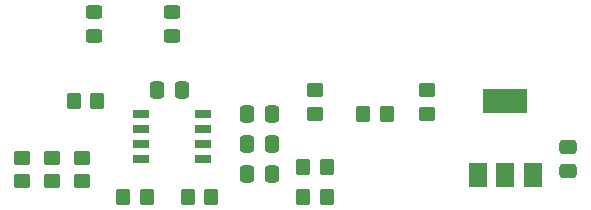
<source format=gtp>
G04 #@! TF.GenerationSoftware,KiCad,Pcbnew,(6.0.0)*
G04 #@! TF.CreationDate,2022-02-21T16:40:38+01:00*
G04 #@! TF.ProjectId,rfreplacement,72667265-706c-4616-9365-6d656e742e6b,rev?*
G04 #@! TF.SameCoordinates,Original*
G04 #@! TF.FileFunction,Paste,Top*
G04 #@! TF.FilePolarity,Positive*
%FSLAX46Y46*%
G04 Gerber Fmt 4.6, Leading zero omitted, Abs format (unit mm)*
G04 Created by KiCad (PCBNEW (6.0.0)) date 2022-02-21 16:40:38*
%MOMM*%
%LPD*%
G01*
G04 APERTURE LIST*
G04 Aperture macros list*
%AMRoundRect*
0 Rectangle with rounded corners*
0 $1 Rounding radius*
0 $2 $3 $4 $5 $6 $7 $8 $9 X,Y pos of 4 corners*
0 Add a 4 corners polygon primitive as box body*
4,1,4,$2,$3,$4,$5,$6,$7,$8,$9,$2,$3,0*
0 Add four circle primitives for the rounded corners*
1,1,$1+$1,$2,$3*
1,1,$1+$1,$4,$5*
1,1,$1+$1,$6,$7*
1,1,$1+$1,$8,$9*
0 Add four rect primitives between the rounded corners*
20,1,$1+$1,$2,$3,$4,$5,0*
20,1,$1+$1,$4,$5,$6,$7,0*
20,1,$1+$1,$6,$7,$8,$9,0*
20,1,$1+$1,$8,$9,$2,$3,0*%
G04 Aperture macros list end*
%ADD10R,1.450000X0.800000*%
%ADD11RoundRect,0.250000X-0.475000X0.337500X-0.475000X-0.337500X0.475000X-0.337500X0.475000X0.337500X0*%
%ADD12RoundRect,0.250000X0.337500X0.475000X-0.337500X0.475000X-0.337500X-0.475000X0.337500X-0.475000X0*%
%ADD13RoundRect,0.250000X-0.337500X-0.475000X0.337500X-0.475000X0.337500X0.475000X-0.337500X0.475000X0*%
%ADD14RoundRect,0.250000X-0.350000X-0.450000X0.350000X-0.450000X0.350000X0.450000X-0.350000X0.450000X0*%
%ADD15RoundRect,0.250000X0.450000X-0.350000X0.450000X0.350000X-0.450000X0.350000X-0.450000X-0.350000X0*%
%ADD16RoundRect,0.250000X-0.450000X0.350000X-0.450000X-0.350000X0.450000X-0.350000X0.450000X0.350000X0*%
%ADD17RoundRect,0.250000X0.350000X0.450000X-0.350000X0.450000X-0.350000X-0.450000X0.350000X-0.450000X0*%
%ADD18R,1.500000X2.000000*%
%ADD19R,3.800000X2.000000*%
%ADD20RoundRect,0.250000X0.450000X-0.325000X0.450000X0.325000X-0.450000X0.325000X-0.450000X-0.325000X0*%
G04 APERTURE END LIST*
D10*
X117687000Y-90170000D03*
X117687000Y-88900000D03*
X117687000Y-87630000D03*
X117687000Y-86360000D03*
X112437000Y-86360000D03*
X112437000Y-87630000D03*
X112437000Y-88900000D03*
X112437000Y-90170000D03*
D11*
X148590000Y-89123500D03*
X148590000Y-91198500D03*
D12*
X115845500Y-84328000D03*
X113770500Y-84328000D03*
D13*
X121399500Y-88900000D03*
X123474500Y-88900000D03*
D12*
X123474500Y-86360000D03*
X121399500Y-86360000D03*
D14*
X106696000Y-85217000D03*
X108696000Y-85217000D03*
X116357000Y-93345000D03*
X118357000Y-93345000D03*
D15*
X102362000Y-92050000D03*
X102362000Y-90050000D03*
D16*
X107442000Y-90050000D03*
X107442000Y-92050000D03*
D15*
X104902000Y-92050000D03*
X104902000Y-90050000D03*
D16*
X136652000Y-84335000D03*
X136652000Y-86335000D03*
X127127000Y-84335000D03*
X127127000Y-86335000D03*
D17*
X128127000Y-93345000D03*
X126127000Y-93345000D03*
D18*
X140956000Y-91542000D03*
X143256000Y-91542000D03*
X145556000Y-91542000D03*
D19*
X143256000Y-85242000D03*
D17*
X112887000Y-93345000D03*
X110887000Y-93345000D03*
D14*
X126127000Y-90805000D03*
X128127000Y-90805000D03*
D12*
X123474500Y-91440000D03*
X121399500Y-91440000D03*
D14*
X131207000Y-86360000D03*
X133207000Y-86360000D03*
D20*
X115062000Y-79774000D03*
X115062000Y-77724000D03*
X108458000Y-79756000D03*
X108458000Y-77706000D03*
M02*

</source>
